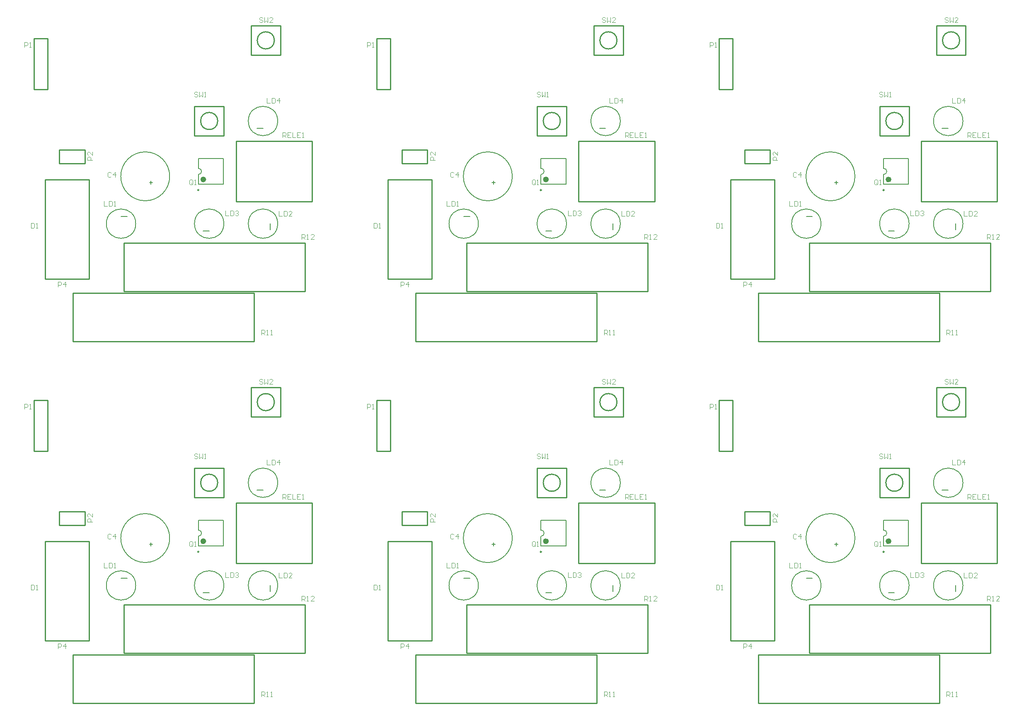
<source format=gto>
G04 Layer_Color=127485*
%FSLAX25Y25*%
%MOIN*%
G70*
G01*
G75*
%ADD37C,0.00787*%
%ADD38C,0.01000*%
%ADD39C,0.00984*%
%ADD40C,0.02362*%
%ADD41C,0.00394*%
D37*
X389764Y473622D02*
G03*
X389764Y473622I-11811J0D01*
G01*
X503937D02*
G03*
X503937Y473622I-11811J0D01*
G01*
X460630D02*
G03*
X460630Y473622I-11811J0D01*
G01*
X503937Y556299D02*
G03*
X503937Y556299I-11811J0D01*
G01*
X440143Y513219D02*
G03*
X440143Y518219I0J2500D01*
G01*
X417071Y511748D02*
G03*
X417071Y511748I-19685J0D01*
G01*
X377953Y479528D02*
X382858D01*
X498032Y468717D02*
Y473622D01*
X443913Y467717D02*
X448819D01*
X487220Y550394D02*
X492126D01*
X440143Y505286D02*
X460221D01*
X440143Y526152D02*
X460221D01*
X440143Y505286D02*
Y513219D01*
Y518219D02*
Y526152D01*
X460221Y505286D02*
Y526152D01*
X403386Y506780D02*
X400762D01*
X402074Y505468D02*
Y508092D01*
X665354Y473622D02*
G03*
X665354Y473622I-11811J0D01*
G01*
X779528D02*
G03*
X779528Y473622I-11811J0D01*
G01*
X736221D02*
G03*
X736221Y473622I-11811J0D01*
G01*
X779528Y556299D02*
G03*
X779528Y556299I-11811J0D01*
G01*
X715733Y513219D02*
G03*
X715733Y518219I0J2500D01*
G01*
X692661Y511748D02*
G03*
X692661Y511748I-19685J0D01*
G01*
X653543Y479528D02*
X658449D01*
X773622Y468717D02*
Y473622D01*
X719504Y467717D02*
X724409D01*
X762811Y550394D02*
X767717D01*
X715733Y505286D02*
X735812D01*
X715733Y526152D02*
X735812D01*
X715733Y505286D02*
Y513219D01*
Y518219D02*
Y526152D01*
X735812Y505286D02*
Y526152D01*
X678976Y506780D02*
X676353D01*
X677665Y505468D02*
Y508092D01*
X940945Y473622D02*
G03*
X940945Y473622I-11811J0D01*
G01*
X1055118D02*
G03*
X1055118Y473622I-11811J0D01*
G01*
X1011811D02*
G03*
X1011811Y473622I-11811J0D01*
G01*
X1055118Y556299D02*
G03*
X1055118Y556299I-11811J0D01*
G01*
X991324Y513219D02*
G03*
X991324Y518219I0J2500D01*
G01*
X968252Y511748D02*
G03*
X968252Y511748I-19685J0D01*
G01*
X929134Y479528D02*
X934039D01*
X1049213Y468717D02*
Y473622D01*
X995094Y467717D02*
X1000000D01*
X1038402Y550394D02*
X1043307D01*
X991324Y505286D02*
X1011403D01*
X991324Y526152D02*
X1011403D01*
X991324Y505286D02*
Y513219D01*
Y518219D02*
Y526152D01*
X1011403Y505286D02*
Y526152D01*
X954567Y506780D02*
X951943D01*
X953255Y505468D02*
Y508092D01*
X389764Y764961D02*
G03*
X389764Y764961I-11811J0D01*
G01*
X503937D02*
G03*
X503937Y764961I-11811J0D01*
G01*
X460630D02*
G03*
X460630Y764961I-11811J0D01*
G01*
X503937Y847638D02*
G03*
X503937Y847638I-11811J0D01*
G01*
X440143Y804557D02*
G03*
X440143Y809557I0J2500D01*
G01*
X417071Y803087D02*
G03*
X417071Y803087I-19685J0D01*
G01*
X377953Y770866D02*
X382858D01*
X498032Y760055D02*
Y764961D01*
X443913Y759055D02*
X448819D01*
X487220Y841732D02*
X492126D01*
X440143Y796624D02*
X460221D01*
X440143Y817490D02*
X460221D01*
X440143Y796624D02*
Y804557D01*
Y809557D02*
Y817490D01*
X460221Y796624D02*
Y817490D01*
X403386Y798119D02*
X400762D01*
X402074Y796807D02*
Y799431D01*
X665354Y764961D02*
G03*
X665354Y764961I-11811J0D01*
G01*
X779528D02*
G03*
X779528Y764961I-11811J0D01*
G01*
X736221D02*
G03*
X736221Y764961I-11811J0D01*
G01*
X779528Y847638D02*
G03*
X779528Y847638I-11811J0D01*
G01*
X715733Y804557D02*
G03*
X715733Y809557I0J2500D01*
G01*
X692661Y803087D02*
G03*
X692661Y803087I-19685J0D01*
G01*
X653543Y770866D02*
X658449D01*
X773622Y760055D02*
Y764961D01*
X719504Y759055D02*
X724409D01*
X762811Y841732D02*
X767717D01*
X715733Y796624D02*
X735812D01*
X715733Y817490D02*
X735812D01*
X715733Y796624D02*
Y804557D01*
Y809557D02*
Y817490D01*
X735812Y796624D02*
Y817490D01*
X678976Y798119D02*
X676353D01*
X677665Y796807D02*
Y799431D01*
X940945Y764961D02*
G03*
X940945Y764961I-11811J0D01*
G01*
X1055118D02*
G03*
X1055118Y764961I-11811J0D01*
G01*
X1011811D02*
G03*
X1011811Y764961I-11811J0D01*
G01*
X1055118Y847638D02*
G03*
X1055118Y847638I-11811J0D01*
G01*
X991324Y804557D02*
G03*
X991324Y809557I0J2500D01*
G01*
X968252Y803087D02*
G03*
X968252Y803087I-19685J0D01*
G01*
X929134Y770866D02*
X934039D01*
X1049213Y760055D02*
Y764961D01*
X995094Y759055D02*
X1000000D01*
X1038402Y841732D02*
X1043307D01*
X991324Y796624D02*
X1011403D01*
X991324Y817490D02*
X1011403D01*
X991324Y796624D02*
Y804557D01*
Y809557D02*
Y817490D01*
X1011403Y796624D02*
Y817490D01*
X954567Y798119D02*
X951943D01*
X953255Y796807D02*
Y799431D01*
D38*
X455709Y556299D02*
G03*
X455709Y556299I-6890J0D01*
G01*
X501276Y621248D02*
G03*
X501276Y621248I-6890J0D01*
G01*
X437008Y544488D02*
X460630D01*
Y568110D01*
X437008D02*
X460630D01*
X437008Y544488D02*
Y568110D01*
X316929Y429032D02*
X352362D01*
X316929D02*
Y509031D01*
X352362Y429032D02*
Y509031D01*
X316929D02*
X352362D01*
X470472Y540158D02*
X531496D01*
X470472Y491339D02*
Y540158D01*
Y491339D02*
X531496D01*
Y540158D01*
X506197Y609437D02*
Y633059D01*
X482575D02*
X506197D01*
X482575Y609437D02*
Y633059D01*
Y609437D02*
X506197D01*
X318886Y602748D02*
Y610433D01*
X307886Y602748D02*
Y610933D01*
X318886Y610433D02*
Y622748D01*
X307886D02*
X318886D01*
X307886Y610933D02*
Y622748D01*
X318886Y581748D02*
Y588433D01*
X307886Y581748D02*
Y588933D01*
Y581748D02*
X318886D01*
Y588433D02*
Y591748D01*
X307886Y588933D02*
Y591748D01*
Y599933D02*
Y602748D01*
X318886Y599433D02*
Y602748D01*
X307886Y591748D02*
Y599933D01*
X318886Y591748D02*
Y599433D01*
X328386Y522248D02*
X348807D01*
X328386Y533248D02*
X348807D01*
Y522248D02*
Y533248D01*
X328386Y522248D02*
Y533248D01*
X339311Y417748D02*
X484980D01*
Y378748D02*
Y417748D01*
X339311Y378748D02*
Y417748D01*
Y378748D02*
X484980D01*
X380291Y458248D02*
X525961D01*
Y419248D02*
Y458248D01*
X380291Y419248D02*
Y458248D01*
Y419248D02*
X525961D01*
X731299Y556299D02*
G03*
X731299Y556299I-6890J0D01*
G01*
X776866Y621248D02*
G03*
X776866Y621248I-6890J0D01*
G01*
X712598Y544488D02*
X736221D01*
Y568110D01*
X712598D02*
X736221D01*
X712598Y544488D02*
Y568110D01*
X592520Y429032D02*
X627953D01*
X592520D02*
Y509031D01*
X627953Y429032D02*
Y509031D01*
X592520D02*
X627953D01*
X746063Y540158D02*
X807087D01*
X746063Y491339D02*
Y540158D01*
Y491339D02*
X807087D01*
Y540158D01*
X781787Y609437D02*
Y633059D01*
X758165D02*
X781787D01*
X758165Y609437D02*
Y633059D01*
Y609437D02*
X781787D01*
X594476Y602748D02*
Y610433D01*
X583476Y602748D02*
Y610933D01*
X594476Y610433D02*
Y622748D01*
X583476D02*
X594476D01*
X583476Y610933D02*
Y622748D01*
X594476Y581748D02*
Y588433D01*
X583476Y581748D02*
Y588933D01*
Y581748D02*
X594476D01*
Y588433D02*
Y591748D01*
X583476Y588933D02*
Y591748D01*
Y599933D02*
Y602748D01*
X594476Y599433D02*
Y602748D01*
X583476Y591748D02*
Y599933D01*
X594476Y591748D02*
Y599433D01*
X603976Y522248D02*
X624397D01*
X603976Y533248D02*
X624397D01*
Y522248D02*
Y533248D01*
X603976Y522248D02*
Y533248D01*
X614902Y417748D02*
X760571D01*
Y378748D02*
Y417748D01*
X614902Y378748D02*
Y417748D01*
Y378748D02*
X760571D01*
X655882Y458248D02*
X801551D01*
Y419248D02*
Y458248D01*
X655882Y419248D02*
Y458248D01*
Y419248D02*
X801551D01*
X1006890Y556299D02*
G03*
X1006890Y556299I-6890J0D01*
G01*
X1052457Y621248D02*
G03*
X1052457Y621248I-6890J0D01*
G01*
X988189Y544488D02*
X1011811D01*
Y568110D01*
X988189D02*
X1011811D01*
X988189Y544488D02*
Y568110D01*
X868110Y429032D02*
X903543D01*
X868110D02*
Y509031D01*
X903543Y429032D02*
Y509031D01*
X868110D02*
X903543D01*
X1021653Y540158D02*
X1082677D01*
X1021653Y491339D02*
Y540158D01*
Y491339D02*
X1082677D01*
Y540158D01*
X1057378Y609437D02*
Y633059D01*
X1033756D02*
X1057378D01*
X1033756Y609437D02*
Y633059D01*
Y609437D02*
X1057378D01*
X870067Y602748D02*
Y610433D01*
X859067Y602748D02*
Y610933D01*
X870067Y610433D02*
Y622748D01*
X859067D02*
X870067D01*
X859067Y610933D02*
Y622748D01*
X870067Y581748D02*
Y588433D01*
X859067Y581748D02*
Y588933D01*
Y581748D02*
X870067D01*
Y588433D02*
Y591748D01*
X859067Y588933D02*
Y591748D01*
Y599933D02*
Y602748D01*
X870067Y599433D02*
Y602748D01*
X859067Y591748D02*
Y599933D01*
X870067Y591748D02*
Y599433D01*
X879567Y522248D02*
X899988D01*
X879567Y533248D02*
X899988D01*
Y522248D02*
Y533248D01*
X879567Y522248D02*
Y533248D01*
X890492Y417748D02*
X1036161D01*
Y378748D02*
Y417748D01*
X890492Y378748D02*
Y417748D01*
Y378748D02*
X1036161D01*
X931472Y458248D02*
X1077142D01*
Y419248D02*
Y458248D01*
X931472Y419248D02*
Y458248D01*
Y419248D02*
X1077142D01*
X455709Y847638D02*
G03*
X455709Y847638I-6890J0D01*
G01*
X501276Y912587D02*
G03*
X501276Y912587I-6890J0D01*
G01*
X437008Y835827D02*
X460630D01*
Y859449D01*
X437008D02*
X460630D01*
X437008Y835827D02*
Y859449D01*
X316929Y720370D02*
X352362D01*
X316929D02*
Y800370D01*
X352362Y720370D02*
Y800370D01*
X316929D02*
X352362D01*
X470472Y831496D02*
X531496D01*
X470472Y782677D02*
Y831496D01*
Y782677D02*
X531496D01*
Y831496D01*
X506197Y900776D02*
Y924398D01*
X482575D02*
X506197D01*
X482575Y900776D02*
Y924398D01*
Y900776D02*
X506197D01*
X318886Y894087D02*
Y901772D01*
X307886Y894087D02*
Y902272D01*
X318886Y901772D02*
Y914087D01*
X307886D02*
X318886D01*
X307886Y902272D02*
Y914087D01*
X318886Y873087D02*
Y879772D01*
X307886Y873087D02*
Y880272D01*
Y873087D02*
X318886D01*
Y879772D02*
Y883087D01*
X307886Y880272D02*
Y883087D01*
Y891272D02*
Y894087D01*
X318886Y890772D02*
Y894087D01*
X307886Y883087D02*
Y891272D01*
X318886Y883087D02*
Y890772D01*
X328386Y813587D02*
X348807D01*
X328386Y824587D02*
X348807D01*
Y813587D02*
Y824587D01*
X328386Y813587D02*
Y824587D01*
X339311Y709087D02*
X484980D01*
Y670087D02*
Y709087D01*
X339311Y670087D02*
Y709087D01*
Y670087D02*
X484980D01*
X380291Y749587D02*
X525961D01*
Y710587D02*
Y749587D01*
X380291Y710587D02*
Y749587D01*
Y710587D02*
X525961D01*
X731299Y847638D02*
G03*
X731299Y847638I-6890J0D01*
G01*
X776866Y912587D02*
G03*
X776866Y912587I-6890J0D01*
G01*
X712598Y835827D02*
X736221D01*
Y859449D01*
X712598D02*
X736221D01*
X712598Y835827D02*
Y859449D01*
X592520Y720370D02*
X627953D01*
X592520D02*
Y800370D01*
X627953Y720370D02*
Y800370D01*
X592520D02*
X627953D01*
X746063Y831496D02*
X807087D01*
X746063Y782677D02*
Y831496D01*
Y782677D02*
X807087D01*
Y831496D01*
X781787Y900776D02*
Y924398D01*
X758165D02*
X781787D01*
X758165Y900776D02*
Y924398D01*
Y900776D02*
X781787D01*
X594476Y894087D02*
Y901772D01*
X583476Y894087D02*
Y902272D01*
X594476Y901772D02*
Y914087D01*
X583476D02*
X594476D01*
X583476Y902272D02*
Y914087D01*
X594476Y873087D02*
Y879772D01*
X583476Y873087D02*
Y880272D01*
Y873087D02*
X594476D01*
Y879772D02*
Y883087D01*
X583476Y880272D02*
Y883087D01*
Y891272D02*
Y894087D01*
X594476Y890772D02*
Y894087D01*
X583476Y883087D02*
Y891272D01*
X594476Y883087D02*
Y890772D01*
X603976Y813587D02*
X624397D01*
X603976Y824587D02*
X624397D01*
Y813587D02*
Y824587D01*
X603976Y813587D02*
Y824587D01*
X614902Y709087D02*
X760571D01*
Y670087D02*
Y709087D01*
X614902Y670087D02*
Y709087D01*
Y670087D02*
X760571D01*
X655882Y749587D02*
X801551D01*
Y710587D02*
Y749587D01*
X655882Y710587D02*
Y749587D01*
Y710587D02*
X801551D01*
X1006890Y847638D02*
G03*
X1006890Y847638I-6890J0D01*
G01*
X1052457Y912587D02*
G03*
X1052457Y912587I-6890J0D01*
G01*
X988189Y835827D02*
X1011811D01*
Y859449D01*
X988189D02*
X1011811D01*
X988189Y835827D02*
Y859449D01*
X868110Y720370D02*
X903543D01*
X868110D02*
Y800370D01*
X903543Y720370D02*
Y800370D01*
X868110D02*
X903543D01*
X1021653Y831496D02*
X1082677D01*
X1021653Y782677D02*
Y831496D01*
Y782677D02*
X1082677D01*
Y831496D01*
X1057378Y900776D02*
Y924398D01*
X1033756D02*
X1057378D01*
X1033756Y900776D02*
Y924398D01*
Y900776D02*
X1057378D01*
X870067Y894087D02*
Y901772D01*
X859067Y894087D02*
Y902272D01*
X870067Y901772D02*
Y914087D01*
X859067D02*
X870067D01*
X859067Y902272D02*
Y914087D01*
X870067Y873087D02*
Y879772D01*
X859067Y873087D02*
Y880272D01*
Y873087D02*
X870067D01*
Y879772D02*
Y883087D01*
X859067Y880272D02*
Y883087D01*
Y891272D02*
Y894087D01*
X870067Y890772D02*
Y894087D01*
X859067Y883087D02*
Y891272D01*
X870067Y883087D02*
Y890772D01*
X879567Y813587D02*
X899988D01*
X879567Y824587D02*
X899988D01*
Y813587D02*
Y824587D01*
X879567Y813587D02*
Y824587D01*
X890492Y709087D02*
X1036161D01*
Y670087D02*
Y709087D01*
X890492Y670087D02*
Y709087D01*
Y670087D02*
X1036161D01*
X931472Y749587D02*
X1077142D01*
Y710587D02*
Y749587D01*
X931472Y710587D02*
Y749587D01*
Y710587D02*
X1077142D01*
D39*
X440556Y500719D02*
G03*
X440556Y500719I-492J0D01*
G01*
X716147D02*
G03*
X716147Y500719I-492J0D01*
G01*
X991737D02*
G03*
X991737Y500719I-492J0D01*
G01*
X440556Y792057D02*
G03*
X440556Y792057I-492J0D01*
G01*
X716147D02*
G03*
X716147Y792057I-492J0D01*
G01*
X991737D02*
G03*
X991737Y792057I-492J0D01*
G01*
D40*
X445261Y509223D02*
G03*
X445261Y509223I-1181J0D01*
G01*
X720851D02*
G03*
X720851Y509223I-1181J0D01*
G01*
X996442D02*
G03*
X996442Y509223I-1181J0D01*
G01*
X445261Y800561D02*
G03*
X445261Y800561I-1181J0D01*
G01*
X720851D02*
G03*
X720851Y800561I-1181J0D01*
G01*
X996442D02*
G03*
X996442Y800561I-1181J0D01*
G01*
D41*
X492010Y639028D02*
X491354Y639684D01*
X490042D01*
X489386Y639028D01*
Y638372D01*
X490042Y637716D01*
X491354D01*
X492010Y637060D01*
Y636404D01*
X491354Y635748D01*
X490042D01*
X489386Y636404D01*
X493322Y639684D02*
Y635748D01*
X494633Y637060D01*
X495945Y635748D01*
Y639684D01*
X499881Y635748D02*
X497257D01*
X499881Y638372D01*
Y639028D01*
X499225Y639684D01*
X497913D01*
X497257Y639028D01*
X354886Y524748D02*
X350950D01*
Y526716D01*
X351606Y527372D01*
X352918D01*
X353574Y526716D01*
Y524748D01*
X354886Y531308D02*
Y528684D01*
X352262Y531308D01*
X351606D01*
X350950Y530652D01*
Y529340D01*
X351606Y528684D01*
X305577Y474184D02*
Y470248D01*
X307545D01*
X308201Y470904D01*
Y473528D01*
X307545Y474184D01*
X305577D01*
X309513Y470248D02*
X310825D01*
X310169D01*
Y474184D01*
X309513Y473528D01*
X364386Y491684D02*
Y487748D01*
X367010D01*
X368322Y491684D02*
Y487748D01*
X370289D01*
X370945Y488404D01*
Y491028D01*
X370289Y491684D01*
X368322D01*
X372257Y487748D02*
X373569D01*
X372913D01*
Y491684D01*
X372257Y491028D01*
X504886Y483684D02*
Y479748D01*
X507510D01*
X508822Y483684D02*
Y479748D01*
X510789D01*
X511445Y480404D01*
Y483028D01*
X510789Y483684D01*
X508822D01*
X515381Y479748D02*
X512757D01*
X515381Y482372D01*
Y483028D01*
X514725Y483684D01*
X513413D01*
X512757Y483028D01*
X461886Y484184D02*
Y480248D01*
X464510D01*
X465822Y484184D02*
Y480248D01*
X467789D01*
X468445Y480904D01*
Y483528D01*
X467789Y484184D01*
X465822D01*
X469757Y483528D02*
X470413Y484184D01*
X471725D01*
X472381Y483528D01*
Y482872D01*
X471725Y482216D01*
X471069D01*
X471725D01*
X472381Y481560D01*
Y480904D01*
X471725Y480248D01*
X470413D01*
X469757Y480904D01*
X495386Y574684D02*
Y570748D01*
X498010D01*
X499322Y574684D02*
Y570748D01*
X501289D01*
X501945Y571404D01*
Y574028D01*
X501289Y574684D01*
X499322D01*
X505225Y570748D02*
Y574684D01*
X503257Y572716D01*
X505881D01*
X300386Y615748D02*
Y619684D01*
X302354D01*
X303010Y619028D01*
Y617716D01*
X302354Y617060D01*
X300386D01*
X304322Y615748D02*
X305633D01*
X304977D01*
Y619684D01*
X304322Y619028D01*
X435510Y505904D02*
Y508528D01*
X434854Y509184D01*
X433542D01*
X432886Y508528D01*
Y505904D01*
X433542Y505248D01*
X434854D01*
X434198Y506560D02*
X435510Y505248D01*
X434854D02*
X435510Y505904D01*
X436822Y505248D02*
X438133D01*
X437477D01*
Y509184D01*
X436822Y508528D01*
X439510Y579028D02*
X438854Y579684D01*
X437542D01*
X436886Y579028D01*
Y578372D01*
X437542Y577716D01*
X438854D01*
X439510Y577060D01*
Y576404D01*
X438854Y575748D01*
X437542D01*
X436886Y576404D01*
X440822Y579684D02*
Y575748D01*
X442134Y577060D01*
X443445Y575748D01*
Y579684D01*
X444757Y575748D02*
X446069D01*
X445413D01*
Y579684D01*
X444757Y579028D01*
X327386Y422748D02*
Y426684D01*
X329354D01*
X330010Y426028D01*
Y424716D01*
X329354Y424060D01*
X327386D01*
X333289Y422748D02*
Y426684D01*
X331322Y424716D01*
X333945D01*
X507878Y543063D02*
Y546999D01*
X509846D01*
X510502Y546343D01*
Y545031D01*
X509846Y544375D01*
X507878D01*
X509190D02*
X510502Y543063D01*
X514437Y546999D02*
X511814D01*
Y543063D01*
X514437D01*
X511814Y545031D02*
X513126D01*
X515749Y546999D02*
Y543063D01*
X518373D01*
X522309Y546999D02*
X519685D01*
Y543063D01*
X522309D01*
X519685Y545031D02*
X520997D01*
X523621Y543063D02*
X524933D01*
X524277D01*
Y546999D01*
X523621Y546343D01*
X490886Y384248D02*
Y388184D01*
X492854D01*
X493510Y387528D01*
Y386216D01*
X492854Y385560D01*
X490886D01*
X492198D02*
X493510Y384248D01*
X494822D02*
X496134D01*
X495477D01*
Y388184D01*
X494822Y387528D01*
X498101Y384248D02*
X499413D01*
X498757D01*
Y388184D01*
X498101Y387528D01*
X523386Y461248D02*
Y465184D01*
X525354D01*
X526010Y464528D01*
Y463216D01*
X525354Y462560D01*
X523386D01*
X524698D02*
X526010Y461248D01*
X527322D02*
X528633D01*
X527978D01*
Y465184D01*
X527322Y464528D01*
X533225Y461248D02*
X530601D01*
X533225Y463872D01*
Y464528D01*
X532569Y465184D01*
X531257D01*
X530601Y464528D01*
X370010Y514528D02*
X369354Y515184D01*
X368042D01*
X367386Y514528D01*
Y511904D01*
X368042Y511248D01*
X369354D01*
X370010Y511904D01*
X373289Y511248D02*
Y515184D01*
X371322Y513216D01*
X373945D01*
X767600Y639028D02*
X766944Y639684D01*
X765632D01*
X764976Y639028D01*
Y638372D01*
X765632Y637716D01*
X766944D01*
X767600Y637060D01*
Y636404D01*
X766944Y635748D01*
X765632D01*
X764976Y636404D01*
X768912Y639684D02*
Y635748D01*
X770224Y637060D01*
X771536Y635748D01*
Y639684D01*
X775472Y635748D02*
X772848D01*
X775472Y638372D01*
Y639028D01*
X774816Y639684D01*
X773504D01*
X772848Y639028D01*
X630476Y524748D02*
X626541D01*
Y526716D01*
X627197Y527372D01*
X628509D01*
X629165Y526716D01*
Y524748D01*
X630476Y531308D02*
Y528684D01*
X627853Y531308D01*
X627197D01*
X626541Y530652D01*
Y529340D01*
X627197Y528684D01*
X581168Y474184D02*
Y470248D01*
X583136D01*
X583791Y470904D01*
Y473528D01*
X583136Y474184D01*
X581168D01*
X585103Y470248D02*
X586415D01*
X585759D01*
Y474184D01*
X585103Y473528D01*
X639976Y491684D02*
Y487748D01*
X642600D01*
X643912Y491684D02*
Y487748D01*
X645880D01*
X646536Y488404D01*
Y491028D01*
X645880Y491684D01*
X643912D01*
X647848Y487748D02*
X649160D01*
X648504D01*
Y491684D01*
X647848Y491028D01*
X780476Y483684D02*
Y479748D01*
X783100D01*
X784412Y483684D02*
Y479748D01*
X786380D01*
X787036Y480404D01*
Y483028D01*
X786380Y483684D01*
X784412D01*
X790972Y479748D02*
X788348D01*
X790972Y482372D01*
Y483028D01*
X790316Y483684D01*
X789004D01*
X788348Y483028D01*
X737476Y484184D02*
Y480248D01*
X740100D01*
X741412Y484184D02*
Y480248D01*
X743380D01*
X744036Y480904D01*
Y483528D01*
X743380Y484184D01*
X741412D01*
X745348Y483528D02*
X746004Y484184D01*
X747316D01*
X747972Y483528D01*
Y482872D01*
X747316Y482216D01*
X746660D01*
X747316D01*
X747972Y481560D01*
Y480904D01*
X747316Y480248D01*
X746004D01*
X745348Y480904D01*
X770976Y574684D02*
Y570748D01*
X773600D01*
X774912Y574684D02*
Y570748D01*
X776880D01*
X777536Y571404D01*
Y574028D01*
X776880Y574684D01*
X774912D01*
X780816Y570748D02*
Y574684D01*
X778848Y572716D01*
X781472D01*
X575976Y615748D02*
Y619684D01*
X577944D01*
X578600Y619028D01*
Y617716D01*
X577944Y617060D01*
X575976D01*
X579912Y615748D02*
X581224D01*
X580568D01*
Y619684D01*
X579912Y619028D01*
X711100Y505904D02*
Y508528D01*
X710444Y509184D01*
X709132D01*
X708476Y508528D01*
Y505904D01*
X709132Y505248D01*
X710444D01*
X709788Y506560D02*
X711100Y505248D01*
X710444D02*
X711100Y505904D01*
X712412Y505248D02*
X713724D01*
X713068D01*
Y509184D01*
X712412Y508528D01*
X715100Y579028D02*
X714444Y579684D01*
X713132D01*
X712476Y579028D01*
Y578372D01*
X713132Y577716D01*
X714444D01*
X715100Y577060D01*
Y576404D01*
X714444Y575748D01*
X713132D01*
X712476Y576404D01*
X716412Y579684D02*
Y575748D01*
X717724Y577060D01*
X719036Y575748D01*
Y579684D01*
X720348Y575748D02*
X721660D01*
X721004D01*
Y579684D01*
X720348Y579028D01*
X602976Y422748D02*
Y426684D01*
X604944D01*
X605600Y426028D01*
Y424716D01*
X604944Y424060D01*
X602976D01*
X608880Y422748D02*
Y426684D01*
X606912Y424716D01*
X609536D01*
X783468Y543063D02*
Y546999D01*
X785436D01*
X786092Y546343D01*
Y545031D01*
X785436Y544375D01*
X783468D01*
X784780D02*
X786092Y543063D01*
X790028Y546999D02*
X787404D01*
Y543063D01*
X790028D01*
X787404Y545031D02*
X788716D01*
X791340Y546999D02*
Y543063D01*
X793964D01*
X797899Y546999D02*
X795276D01*
Y543063D01*
X797899D01*
X795276Y545031D02*
X796588D01*
X799212Y543063D02*
X800523D01*
X799867D01*
Y546999D01*
X799212Y546343D01*
X766476Y384248D02*
Y388184D01*
X768444D01*
X769100Y387528D01*
Y386216D01*
X768444Y385560D01*
X766476D01*
X767788D02*
X769100Y384248D01*
X770412D02*
X771724D01*
X771068D01*
Y388184D01*
X770412Y387528D01*
X773692Y384248D02*
X775004D01*
X774348D01*
Y388184D01*
X773692Y387528D01*
X798976Y461248D02*
Y465184D01*
X800944D01*
X801600Y464528D01*
Y463216D01*
X800944Y462560D01*
X798976D01*
X800288D02*
X801600Y461248D01*
X802912D02*
X804224D01*
X803568D01*
Y465184D01*
X802912Y464528D01*
X808816Y461248D02*
X806192D01*
X808816Y463872D01*
Y464528D01*
X808160Y465184D01*
X806848D01*
X806192Y464528D01*
X645600Y514528D02*
X644944Y515184D01*
X643632D01*
X642976Y514528D01*
Y511904D01*
X643632Y511248D01*
X644944D01*
X645600Y511904D01*
X648880Y511248D02*
Y515184D01*
X646912Y513216D01*
X649536D01*
X1043191Y639028D02*
X1042535Y639684D01*
X1041223D01*
X1040567Y639028D01*
Y638372D01*
X1041223Y637716D01*
X1042535D01*
X1043191Y637060D01*
Y636404D01*
X1042535Y635748D01*
X1041223D01*
X1040567Y636404D01*
X1044503Y639684D02*
Y635748D01*
X1045815Y637060D01*
X1047126Y635748D01*
Y639684D01*
X1051062Y635748D02*
X1048438D01*
X1051062Y638372D01*
Y639028D01*
X1050406Y639684D01*
X1049094D01*
X1048438Y639028D01*
X906067Y524748D02*
X902131D01*
Y526716D01*
X902787Y527372D01*
X904099D01*
X904755Y526716D01*
Y524748D01*
X906067Y531308D02*
Y528684D01*
X903443Y531308D01*
X902787D01*
X902131Y530652D01*
Y529340D01*
X902787Y528684D01*
X856758Y474184D02*
Y470248D01*
X858726D01*
X859382Y470904D01*
Y473528D01*
X858726Y474184D01*
X856758D01*
X860694Y470248D02*
X862006D01*
X861350D01*
Y474184D01*
X860694Y473528D01*
X915567Y491684D02*
Y487748D01*
X918191D01*
X919503Y491684D02*
Y487748D01*
X921471D01*
X922126Y488404D01*
Y491028D01*
X921471Y491684D01*
X919503D01*
X923438Y487748D02*
X924750D01*
X924094D01*
Y491684D01*
X923438Y491028D01*
X1056067Y483684D02*
Y479748D01*
X1058691D01*
X1060003Y483684D02*
Y479748D01*
X1061971D01*
X1062626Y480404D01*
Y483028D01*
X1061971Y483684D01*
X1060003D01*
X1066562Y479748D02*
X1063938D01*
X1066562Y482372D01*
Y483028D01*
X1065906Y483684D01*
X1064594D01*
X1063938Y483028D01*
X1013067Y484184D02*
Y480248D01*
X1015691D01*
X1017003Y484184D02*
Y480248D01*
X1018970D01*
X1019627Y480904D01*
Y483528D01*
X1018970Y484184D01*
X1017003D01*
X1020938Y483528D02*
X1021594Y484184D01*
X1022906D01*
X1023562Y483528D01*
Y482872D01*
X1022906Y482216D01*
X1022250D01*
X1022906D01*
X1023562Y481560D01*
Y480904D01*
X1022906Y480248D01*
X1021594D01*
X1020938Y480904D01*
X1046567Y574684D02*
Y570748D01*
X1049191D01*
X1050503Y574684D02*
Y570748D01*
X1052470D01*
X1053127Y571404D01*
Y574028D01*
X1052470Y574684D01*
X1050503D01*
X1056406Y570748D02*
Y574684D01*
X1054438Y572716D01*
X1057062D01*
X851567Y615748D02*
Y619684D01*
X853535D01*
X854191Y619028D01*
Y617716D01*
X853535Y617060D01*
X851567D01*
X855503Y615748D02*
X856815D01*
X856159D01*
Y619684D01*
X855503Y619028D01*
X986691Y505904D02*
Y508528D01*
X986035Y509184D01*
X984723D01*
X984067Y508528D01*
Y505904D01*
X984723Y505248D01*
X986035D01*
X985379Y506560D02*
X986691Y505248D01*
X986035D02*
X986691Y505904D01*
X988003Y505248D02*
X989315D01*
X988659D01*
Y509184D01*
X988003Y508528D01*
X990691Y579028D02*
X990035Y579684D01*
X988723D01*
X988067Y579028D01*
Y578372D01*
X988723Y577716D01*
X990035D01*
X990691Y577060D01*
Y576404D01*
X990035Y575748D01*
X988723D01*
X988067Y576404D01*
X992003Y579684D02*
Y575748D01*
X993315Y577060D01*
X994627Y575748D01*
Y579684D01*
X995938Y575748D02*
X997250D01*
X996594D01*
Y579684D01*
X995938Y579028D01*
X878567Y422748D02*
Y426684D01*
X880535D01*
X881191Y426028D01*
Y424716D01*
X880535Y424060D01*
X878567D01*
X884470Y422748D02*
Y426684D01*
X882503Y424716D01*
X885126D01*
X1059059Y543063D02*
Y546999D01*
X1061027D01*
X1061683Y546343D01*
Y545031D01*
X1061027Y544375D01*
X1059059D01*
X1060371D02*
X1061683Y543063D01*
X1065619Y546999D02*
X1062995D01*
Y543063D01*
X1065619D01*
X1062995Y545031D02*
X1064307D01*
X1066930Y546999D02*
Y543063D01*
X1069554D01*
X1073490Y546999D02*
X1070866D01*
Y543063D01*
X1073490D01*
X1070866Y545031D02*
X1072178D01*
X1074802Y543063D02*
X1076114D01*
X1075458D01*
Y546999D01*
X1074802Y546343D01*
X1042067Y384248D02*
Y388184D01*
X1044035D01*
X1044691Y387528D01*
Y386216D01*
X1044035Y385560D01*
X1042067D01*
X1043379D02*
X1044691Y384248D01*
X1046003D02*
X1047315D01*
X1046659D01*
Y388184D01*
X1046003Y387528D01*
X1049282Y384248D02*
X1050594D01*
X1049938D01*
Y388184D01*
X1049282Y387528D01*
X1074567Y461248D02*
Y465184D01*
X1076535D01*
X1077191Y464528D01*
Y463216D01*
X1076535Y462560D01*
X1074567D01*
X1075879D02*
X1077191Y461248D01*
X1078503D02*
X1079815D01*
X1079159D01*
Y465184D01*
X1078503Y464528D01*
X1084406Y461248D02*
X1081783D01*
X1084406Y463872D01*
Y464528D01*
X1083750Y465184D01*
X1082438D01*
X1081783Y464528D01*
X921191Y514528D02*
X920535Y515184D01*
X919223D01*
X918567Y514528D01*
Y511904D01*
X919223Y511248D01*
X920535D01*
X921191Y511904D01*
X924471Y511248D02*
Y515184D01*
X922503Y513216D01*
X925126D01*
X492010Y930366D02*
X491354Y931022D01*
X490042D01*
X489386Y930366D01*
Y929710D01*
X490042Y929055D01*
X491354D01*
X492010Y928399D01*
Y927743D01*
X491354Y927087D01*
X490042D01*
X489386Y927743D01*
X493322Y931022D02*
Y927087D01*
X494633Y928399D01*
X495945Y927087D01*
Y931022D01*
X499881Y927087D02*
X497257D01*
X499881Y929710D01*
Y930366D01*
X499225Y931022D01*
X497913D01*
X497257Y930366D01*
X354886Y816087D02*
X350950D01*
Y818054D01*
X351606Y818710D01*
X352918D01*
X353574Y818054D01*
Y816087D01*
X354886Y822646D02*
Y820022D01*
X352262Y822646D01*
X351606D01*
X350950Y821990D01*
Y820678D01*
X351606Y820022D01*
X305577Y765522D02*
Y761587D01*
X307545D01*
X308201Y762243D01*
Y764866D01*
X307545Y765522D01*
X305577D01*
X309513Y761587D02*
X310825D01*
X310169D01*
Y765522D01*
X309513Y764866D01*
X364386Y783022D02*
Y779087D01*
X367010D01*
X368322Y783022D02*
Y779087D01*
X370289D01*
X370945Y779743D01*
Y782366D01*
X370289Y783022D01*
X368322D01*
X372257Y779087D02*
X373569D01*
X372913D01*
Y783022D01*
X372257Y782366D01*
X504886Y775022D02*
Y771087D01*
X507510D01*
X508822Y775022D02*
Y771087D01*
X510789D01*
X511445Y771743D01*
Y774366D01*
X510789Y775022D01*
X508822D01*
X515381Y771087D02*
X512757D01*
X515381Y773710D01*
Y774366D01*
X514725Y775022D01*
X513413D01*
X512757Y774366D01*
X461886Y775522D02*
Y771587D01*
X464510D01*
X465822Y775522D02*
Y771587D01*
X467789D01*
X468445Y772243D01*
Y774866D01*
X467789Y775522D01*
X465822D01*
X469757Y774866D02*
X470413Y775522D01*
X471725D01*
X472381Y774866D01*
Y774210D01*
X471725Y773555D01*
X471069D01*
X471725D01*
X472381Y772898D01*
Y772243D01*
X471725Y771587D01*
X470413D01*
X469757Y772243D01*
X495386Y866022D02*
Y862087D01*
X498010D01*
X499322Y866022D02*
Y862087D01*
X501289D01*
X501945Y862743D01*
Y865366D01*
X501289Y866022D01*
X499322D01*
X505225Y862087D02*
Y866022D01*
X503257Y864054D01*
X505881D01*
X300386Y907087D02*
Y911022D01*
X302354D01*
X303010Y910366D01*
Y909054D01*
X302354Y908399D01*
X300386D01*
X304322Y907087D02*
X305633D01*
X304977D01*
Y911022D01*
X304322Y910366D01*
X435510Y797243D02*
Y799866D01*
X434854Y800522D01*
X433542D01*
X432886Y799866D01*
Y797243D01*
X433542Y796587D01*
X434854D01*
X434198Y797898D02*
X435510Y796587D01*
X434854D02*
X435510Y797243D01*
X436822Y796587D02*
X438133D01*
X437477D01*
Y800522D01*
X436822Y799866D01*
X439510Y870366D02*
X438854Y871022D01*
X437542D01*
X436886Y870366D01*
Y869710D01*
X437542Y869055D01*
X438854D01*
X439510Y868398D01*
Y867743D01*
X438854Y867087D01*
X437542D01*
X436886Y867743D01*
X440822Y871022D02*
Y867087D01*
X442134Y868398D01*
X443445Y867087D01*
Y871022D01*
X444757Y867087D02*
X446069D01*
X445413D01*
Y871022D01*
X444757Y870366D01*
X327386Y714087D02*
Y718022D01*
X329354D01*
X330010Y717366D01*
Y716054D01*
X329354Y715399D01*
X327386D01*
X333289Y714087D02*
Y718022D01*
X331322Y716054D01*
X333945D01*
X507878Y834402D02*
Y838337D01*
X509846D01*
X510502Y837681D01*
Y836369D01*
X509846Y835713D01*
X507878D01*
X509190D02*
X510502Y834402D01*
X514437Y838337D02*
X511814D01*
Y834402D01*
X514437D01*
X511814Y836369D02*
X513126D01*
X515749Y838337D02*
Y834402D01*
X518373D01*
X522309Y838337D02*
X519685D01*
Y834402D01*
X522309D01*
X519685Y836369D02*
X520997D01*
X523621Y834402D02*
X524933D01*
X524277D01*
Y838337D01*
X523621Y837681D01*
X490886Y675587D02*
Y679522D01*
X492854D01*
X493510Y678866D01*
Y677555D01*
X492854Y676898D01*
X490886D01*
X492198D02*
X493510Y675587D01*
X494822D02*
X496134D01*
X495477D01*
Y679522D01*
X494822Y678866D01*
X498101Y675587D02*
X499413D01*
X498757D01*
Y679522D01*
X498101Y678866D01*
X523386Y752587D02*
Y756522D01*
X525354D01*
X526010Y755866D01*
Y754555D01*
X525354Y753898D01*
X523386D01*
X524698D02*
X526010Y752587D01*
X527322D02*
X528633D01*
X527978D01*
Y756522D01*
X527322Y755866D01*
X533225Y752587D02*
X530601D01*
X533225Y755210D01*
Y755866D01*
X532569Y756522D01*
X531257D01*
X530601Y755866D01*
X370010Y805866D02*
X369354Y806522D01*
X368042D01*
X367386Y805866D01*
Y803243D01*
X368042Y802587D01*
X369354D01*
X370010Y803243D01*
X373289Y802587D02*
Y806522D01*
X371322Y804554D01*
X373945D01*
X767600Y930366D02*
X766944Y931022D01*
X765632D01*
X764976Y930366D01*
Y929710D01*
X765632Y929055D01*
X766944D01*
X767600Y928399D01*
Y927743D01*
X766944Y927087D01*
X765632D01*
X764976Y927743D01*
X768912Y931022D02*
Y927087D01*
X770224Y928399D01*
X771536Y927087D01*
Y931022D01*
X775472Y927087D02*
X772848D01*
X775472Y929710D01*
Y930366D01*
X774816Y931022D01*
X773504D01*
X772848Y930366D01*
X630476Y816087D02*
X626541D01*
Y818054D01*
X627197Y818710D01*
X628509D01*
X629165Y818054D01*
Y816087D01*
X630476Y822646D02*
Y820022D01*
X627853Y822646D01*
X627197D01*
X626541Y821990D01*
Y820678D01*
X627197Y820022D01*
X581168Y765522D02*
Y761587D01*
X583136D01*
X583791Y762243D01*
Y764866D01*
X583136Y765522D01*
X581168D01*
X585103Y761587D02*
X586415D01*
X585759D01*
Y765522D01*
X585103Y764866D01*
X639976Y783022D02*
Y779087D01*
X642600D01*
X643912Y783022D02*
Y779087D01*
X645880D01*
X646536Y779743D01*
Y782366D01*
X645880Y783022D01*
X643912D01*
X647848Y779087D02*
X649160D01*
X648504D01*
Y783022D01*
X647848Y782366D01*
X780476Y775022D02*
Y771087D01*
X783100D01*
X784412Y775022D02*
Y771087D01*
X786380D01*
X787036Y771743D01*
Y774366D01*
X786380Y775022D01*
X784412D01*
X790972Y771087D02*
X788348D01*
X790972Y773710D01*
Y774366D01*
X790316Y775022D01*
X789004D01*
X788348Y774366D01*
X737476Y775522D02*
Y771587D01*
X740100D01*
X741412Y775522D02*
Y771587D01*
X743380D01*
X744036Y772243D01*
Y774866D01*
X743380Y775522D01*
X741412D01*
X745348Y774866D02*
X746004Y775522D01*
X747316D01*
X747972Y774866D01*
Y774210D01*
X747316Y773555D01*
X746660D01*
X747316D01*
X747972Y772898D01*
Y772243D01*
X747316Y771587D01*
X746004D01*
X745348Y772243D01*
X770976Y866022D02*
Y862087D01*
X773600D01*
X774912Y866022D02*
Y862087D01*
X776880D01*
X777536Y862743D01*
Y865366D01*
X776880Y866022D01*
X774912D01*
X780816Y862087D02*
Y866022D01*
X778848Y864054D01*
X781472D01*
X575976Y907087D02*
Y911022D01*
X577944D01*
X578600Y910366D01*
Y909054D01*
X577944Y908399D01*
X575976D01*
X579912Y907087D02*
X581224D01*
X580568D01*
Y911022D01*
X579912Y910366D01*
X711100Y797243D02*
Y799866D01*
X710444Y800522D01*
X709132D01*
X708476Y799866D01*
Y797243D01*
X709132Y796587D01*
X710444D01*
X709788Y797898D02*
X711100Y796587D01*
X710444D02*
X711100Y797243D01*
X712412Y796587D02*
X713724D01*
X713068D01*
Y800522D01*
X712412Y799866D01*
X715100Y870366D02*
X714444Y871022D01*
X713132D01*
X712476Y870366D01*
Y869710D01*
X713132Y869055D01*
X714444D01*
X715100Y868398D01*
Y867743D01*
X714444Y867087D01*
X713132D01*
X712476Y867743D01*
X716412Y871022D02*
Y867087D01*
X717724Y868398D01*
X719036Y867087D01*
Y871022D01*
X720348Y867087D02*
X721660D01*
X721004D01*
Y871022D01*
X720348Y870366D01*
X602976Y714087D02*
Y718022D01*
X604944D01*
X605600Y717366D01*
Y716054D01*
X604944Y715399D01*
X602976D01*
X608880Y714087D02*
Y718022D01*
X606912Y716054D01*
X609536D01*
X783468Y834402D02*
Y838337D01*
X785436D01*
X786092Y837681D01*
Y836369D01*
X785436Y835713D01*
X783468D01*
X784780D02*
X786092Y834402D01*
X790028Y838337D02*
X787404D01*
Y834402D01*
X790028D01*
X787404Y836369D02*
X788716D01*
X791340Y838337D02*
Y834402D01*
X793964D01*
X797899Y838337D02*
X795276D01*
Y834402D01*
X797899D01*
X795276Y836369D02*
X796588D01*
X799212Y834402D02*
X800523D01*
X799867D01*
Y838337D01*
X799212Y837681D01*
X766476Y675587D02*
Y679522D01*
X768444D01*
X769100Y678866D01*
Y677555D01*
X768444Y676898D01*
X766476D01*
X767788D02*
X769100Y675587D01*
X770412D02*
X771724D01*
X771068D01*
Y679522D01*
X770412Y678866D01*
X773692Y675587D02*
X775004D01*
X774348D01*
Y679522D01*
X773692Y678866D01*
X798976Y752587D02*
Y756522D01*
X800944D01*
X801600Y755866D01*
Y754555D01*
X800944Y753898D01*
X798976D01*
X800288D02*
X801600Y752587D01*
X802912D02*
X804224D01*
X803568D01*
Y756522D01*
X802912Y755866D01*
X808816Y752587D02*
X806192D01*
X808816Y755210D01*
Y755866D01*
X808160Y756522D01*
X806848D01*
X806192Y755866D01*
X645600Y805866D02*
X644944Y806522D01*
X643632D01*
X642976Y805866D01*
Y803243D01*
X643632Y802587D01*
X644944D01*
X645600Y803243D01*
X648880Y802587D02*
Y806522D01*
X646912Y804554D01*
X649536D01*
X1043191Y930366D02*
X1042535Y931022D01*
X1041223D01*
X1040567Y930366D01*
Y929710D01*
X1041223Y929055D01*
X1042535D01*
X1043191Y928399D01*
Y927743D01*
X1042535Y927087D01*
X1041223D01*
X1040567Y927743D01*
X1044503Y931022D02*
Y927087D01*
X1045815Y928399D01*
X1047126Y927087D01*
Y931022D01*
X1051062Y927087D02*
X1048438D01*
X1051062Y929710D01*
Y930366D01*
X1050406Y931022D01*
X1049094D01*
X1048438Y930366D01*
X906067Y816087D02*
X902131D01*
Y818054D01*
X902787Y818710D01*
X904099D01*
X904755Y818054D01*
Y816087D01*
X906067Y822646D02*
Y820022D01*
X903443Y822646D01*
X902787D01*
X902131Y821990D01*
Y820678D01*
X902787Y820022D01*
X856758Y765522D02*
Y761587D01*
X858726D01*
X859382Y762243D01*
Y764866D01*
X858726Y765522D01*
X856758D01*
X860694Y761587D02*
X862006D01*
X861350D01*
Y765522D01*
X860694Y764866D01*
X915567Y783022D02*
Y779087D01*
X918191D01*
X919503Y783022D02*
Y779087D01*
X921471D01*
X922126Y779743D01*
Y782366D01*
X921471Y783022D01*
X919503D01*
X923438Y779087D02*
X924750D01*
X924094D01*
Y783022D01*
X923438Y782366D01*
X1056067Y775022D02*
Y771087D01*
X1058691D01*
X1060003Y775022D02*
Y771087D01*
X1061971D01*
X1062626Y771743D01*
Y774366D01*
X1061971Y775022D01*
X1060003D01*
X1066562Y771087D02*
X1063938D01*
X1066562Y773710D01*
Y774366D01*
X1065906Y775022D01*
X1064594D01*
X1063938Y774366D01*
X1013067Y775522D02*
Y771587D01*
X1015691D01*
X1017003Y775522D02*
Y771587D01*
X1018970D01*
X1019627Y772243D01*
Y774866D01*
X1018970Y775522D01*
X1017003D01*
X1020938Y774866D02*
X1021594Y775522D01*
X1022906D01*
X1023562Y774866D01*
Y774210D01*
X1022906Y773555D01*
X1022250D01*
X1022906D01*
X1023562Y772898D01*
Y772243D01*
X1022906Y771587D01*
X1021594D01*
X1020938Y772243D01*
X1046567Y866022D02*
Y862087D01*
X1049191D01*
X1050503Y866022D02*
Y862087D01*
X1052470D01*
X1053127Y862743D01*
Y865366D01*
X1052470Y866022D01*
X1050503D01*
X1056406Y862087D02*
Y866022D01*
X1054438Y864054D01*
X1057062D01*
X851567Y907087D02*
Y911022D01*
X853535D01*
X854191Y910366D01*
Y909054D01*
X853535Y908399D01*
X851567D01*
X855503Y907087D02*
X856815D01*
X856159D01*
Y911022D01*
X855503Y910366D01*
X986691Y797243D02*
Y799866D01*
X986035Y800522D01*
X984723D01*
X984067Y799866D01*
Y797243D01*
X984723Y796587D01*
X986035D01*
X985379Y797898D02*
X986691Y796587D01*
X986035D02*
X986691Y797243D01*
X988003Y796587D02*
X989315D01*
X988659D01*
Y800522D01*
X988003Y799866D01*
X990691Y870366D02*
X990035Y871022D01*
X988723D01*
X988067Y870366D01*
Y869710D01*
X988723Y869055D01*
X990035D01*
X990691Y868398D01*
Y867743D01*
X990035Y867087D01*
X988723D01*
X988067Y867743D01*
X992003Y871022D02*
Y867087D01*
X993315Y868398D01*
X994627Y867087D01*
Y871022D01*
X995938Y867087D02*
X997250D01*
X996594D01*
Y871022D01*
X995938Y870366D01*
X878567Y714087D02*
Y718022D01*
X880535D01*
X881191Y717366D01*
Y716054D01*
X880535Y715399D01*
X878567D01*
X884470Y714087D02*
Y718022D01*
X882503Y716054D01*
X885126D01*
X1059059Y834402D02*
Y838337D01*
X1061027D01*
X1061683Y837681D01*
Y836369D01*
X1061027Y835713D01*
X1059059D01*
X1060371D02*
X1061683Y834402D01*
X1065619Y838337D02*
X1062995D01*
Y834402D01*
X1065619D01*
X1062995Y836369D02*
X1064307D01*
X1066930Y838337D02*
Y834402D01*
X1069554D01*
X1073490Y838337D02*
X1070866D01*
Y834402D01*
X1073490D01*
X1070866Y836369D02*
X1072178D01*
X1074802Y834402D02*
X1076114D01*
X1075458D01*
Y838337D01*
X1074802Y837681D01*
X1042067Y675587D02*
Y679522D01*
X1044035D01*
X1044691Y678866D01*
Y677555D01*
X1044035Y676898D01*
X1042067D01*
X1043379D02*
X1044691Y675587D01*
X1046003D02*
X1047315D01*
X1046659D01*
Y679522D01*
X1046003Y678866D01*
X1049282Y675587D02*
X1050594D01*
X1049938D01*
Y679522D01*
X1049282Y678866D01*
X1074567Y752587D02*
Y756522D01*
X1076535D01*
X1077191Y755866D01*
Y754555D01*
X1076535Y753898D01*
X1074567D01*
X1075879D02*
X1077191Y752587D01*
X1078503D02*
X1079815D01*
X1079159D01*
Y756522D01*
X1078503Y755866D01*
X1084406Y752587D02*
X1081783D01*
X1084406Y755210D01*
Y755866D01*
X1083750Y756522D01*
X1082438D01*
X1081783Y755866D01*
X921191Y805866D02*
X920535Y806522D01*
X919223D01*
X918567Y805866D01*
Y803243D01*
X919223Y802587D01*
X920535D01*
X921191Y803243D01*
X924471Y802587D02*
Y806522D01*
X922503Y804554D01*
X925126D01*
M02*

</source>
